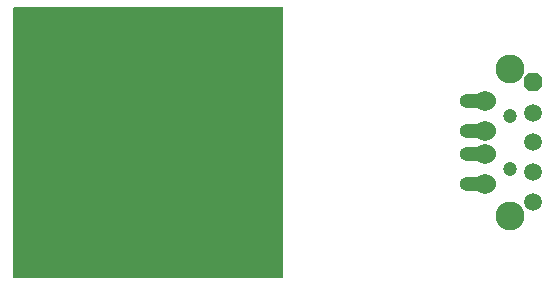
<source format=gbs>
%FSLAX44Y44*%
%MOMM*%
G71*
G01*
G75*
G04 Layer_Color=16711935*
%ADD10O,0.6500X0.2000*%
G04:AMPARAMS|DCode=11|XSize=2.75mm|YSize=1.9mm|CornerRadius=0.228mm|HoleSize=0mm|Usage=FLASHONLY|Rotation=90.000|XOffset=0mm|YOffset=0mm|HoleType=Round|Shape=RoundedRectangle|*
%AMROUNDEDRECTD11*
21,1,2.7500,1.4440,0,0,90.0*
21,1,2.2940,1.9000,0,0,90.0*
1,1,0.4560,0.7220,1.1470*
1,1,0.4560,0.7220,-1.1470*
1,1,0.4560,-0.7220,-1.1470*
1,1,0.4560,-0.7220,1.1470*
%
%ADD11ROUNDEDRECTD11*%
G04:AMPARAMS|DCode=12|XSize=1mm|YSize=0.95mm|CornerRadius=0.1995mm|HoleSize=0mm|Usage=FLASHONLY|Rotation=0.000|XOffset=0mm|YOffset=0mm|HoleType=Round|Shape=RoundedRectangle|*
%AMROUNDEDRECTD12*
21,1,1.0000,0.5510,0,0,0.0*
21,1,0.6010,0.9500,0,0,0.0*
1,1,0.3990,0.3005,-0.2755*
1,1,0.3990,-0.3005,-0.2755*
1,1,0.3990,-0.3005,0.2755*
1,1,0.3990,0.3005,0.2755*
%
%ADD12ROUNDEDRECTD12*%
G04:AMPARAMS|DCode=13|XSize=1.45mm|YSize=1.15mm|CornerRadius=0.2013mm|HoleSize=0mm|Usage=FLASHONLY|Rotation=270.000|XOffset=0mm|YOffset=0mm|HoleType=Round|Shape=RoundedRectangle|*
%AMROUNDEDRECTD13*
21,1,1.4500,0.7475,0,0,270.0*
21,1,1.0475,1.1500,0,0,270.0*
1,1,0.4025,-0.3738,-0.5238*
1,1,0.4025,-0.3738,0.5238*
1,1,0.4025,0.3738,0.5238*
1,1,0.4025,0.3738,-0.5238*
%
%ADD13ROUNDEDRECTD13*%
G04:AMPARAMS|DCode=14|XSize=1.45mm|YSize=1.15mm|CornerRadius=0.2013mm|HoleSize=0mm|Usage=FLASHONLY|Rotation=180.000|XOffset=0mm|YOffset=0mm|HoleType=Round|Shape=RoundedRectangle|*
%AMROUNDEDRECTD14*
21,1,1.4500,0.7475,0,0,180.0*
21,1,1.0475,1.1500,0,0,180.0*
1,1,0.4025,-0.5238,0.3738*
1,1,0.4025,0.5238,0.3738*
1,1,0.4025,0.5238,-0.3738*
1,1,0.4025,-0.5238,-0.3738*
%
%ADD14ROUNDEDRECTD14*%
G04:AMPARAMS|DCode=15|XSize=1mm|YSize=0.95mm|CornerRadius=0.1995mm|HoleSize=0mm|Usage=FLASHONLY|Rotation=90.000|XOffset=0mm|YOffset=0mm|HoleType=Round|Shape=RoundedRectangle|*
%AMROUNDEDRECTD15*
21,1,1.0000,0.5510,0,0,90.0*
21,1,0.6010,0.9500,0,0,90.0*
1,1,0.3990,0.2755,0.3005*
1,1,0.3990,0.2755,-0.3005*
1,1,0.3990,-0.2755,-0.3005*
1,1,0.3990,-0.2755,0.3005*
%
%ADD15ROUNDEDRECTD15*%
G04:AMPARAMS|DCode=16|XSize=1mm|YSize=0.9mm|CornerRadius=0.198mm|HoleSize=0mm|Usage=FLASHONLY|Rotation=90.000|XOffset=0mm|YOffset=0mm|HoleType=Round|Shape=RoundedRectangle|*
%AMROUNDEDRECTD16*
21,1,1.0000,0.5040,0,0,90.0*
21,1,0.6040,0.9000,0,0,90.0*
1,1,0.3960,0.2520,0.3020*
1,1,0.3960,0.2520,-0.3020*
1,1,0.3960,-0.2520,-0.3020*
1,1,0.3960,-0.2520,0.3020*
%
%ADD16ROUNDEDRECTD16*%
G04:AMPARAMS|DCode=17|XSize=0.65mm|YSize=0.5mm|CornerRadius=0.2mm|HoleSize=0mm|Usage=FLASHONLY|Rotation=270.000|XOffset=0mm|YOffset=0mm|HoleType=Round|Shape=RoundedRectangle|*
%AMROUNDEDRECTD17*
21,1,0.6500,0.1000,0,0,270.0*
21,1,0.2500,0.5000,0,0,270.0*
1,1,0.4000,-0.0500,-0.1250*
1,1,0.4000,-0.0500,0.1250*
1,1,0.4000,0.0500,0.1250*
1,1,0.4000,0.0500,-0.1250*
%
%ADD17ROUNDEDRECTD17*%
G04:AMPARAMS|DCode=18|XSize=1mm|YSize=0.9mm|CornerRadius=0.198mm|HoleSize=0mm|Usage=FLASHONLY|Rotation=180.000|XOffset=0mm|YOffset=0mm|HoleType=Round|Shape=RoundedRectangle|*
%AMROUNDEDRECTD18*
21,1,1.0000,0.5040,0,0,180.0*
21,1,0.6040,0.9000,0,0,180.0*
1,1,0.3960,-0.3020,0.2520*
1,1,0.3960,0.3020,0.2520*
1,1,0.3960,0.3020,-0.2520*
1,1,0.3960,-0.3020,-0.2520*
%
%ADD18ROUNDEDRECTD18*%
G04:AMPARAMS|DCode=19|XSize=3.4mm|YSize=2.35mm|CornerRadius=0.2938mm|HoleSize=0mm|Usage=FLASHONLY|Rotation=90.000|XOffset=0mm|YOffset=0mm|HoleType=Round|Shape=RoundedRectangle|*
%AMROUNDEDRECTD19*
21,1,3.4000,1.7625,0,0,90.0*
21,1,2.8125,2.3500,0,0,90.0*
1,1,0.5875,0.8812,1.4063*
1,1,0.5875,0.8812,-1.4063*
1,1,0.5875,-0.8812,-1.4063*
1,1,0.5875,-0.8812,1.4063*
%
%ADD19ROUNDEDRECTD19*%
%ADD20O,0.4500X1.5000*%
%ADD21O,0.8500X0.2500*%
%ADD22O,0.2500X0.8500*%
%ADD23R,4.7000X4.7000*%
%ADD24C,0.3000*%
%ADD25C,0.2000*%
%ADD26C,1.0000*%
%ADD27C,0.5000*%
%ADD28C,0.8000*%
%ADD29R,0.4500X1.4000*%
G04:AMPARAMS|DCode=30|XSize=1.3mm|YSize=1.3mm|CornerRadius=0mm|HoleSize=0mm|Usage=FLASHONLY|Rotation=270.000|XOffset=0mm|YOffset=0mm|HoleType=Round|Shape=Octagon|*
%AMOCTAGOND30*
4,1,8,-0.3250,-0.6500,0.3250,-0.6500,0.6500,-0.3250,0.6500,0.3250,0.3250,0.6500,-0.3250,0.6500,-0.6500,0.3250,-0.6500,-0.3250,-0.3250,-0.6500,0.0*
%
%ADD30OCTAGOND30*%

%ADD31C,1.3000*%
%ADD32C,1.0000*%
%ADD33C,1.6000*%
%ADD34C,0.6000*%
%ADD35O,3.0000X1.0000*%
%ADD36C,0.2500*%
%ADD37C,0.1000*%
%ADD38C,0.1500*%
G04:AMPARAMS|DCode=39|XSize=2.05mm|YSize=1.2mm|CornerRadius=0mm|HoleSize=0mm|Usage=FLASHONLY|Rotation=90.000|XOffset=0mm|YOffset=0mm|HoleType=Round|Shape=RoundedRectangle|*
%AMROUNDEDRECTD39*
21,1,2.0500,1.2000,0,0,90.0*
21,1,2.0500,1.2000,0,0,90.0*
1,1,0.0000,0.6000,1.0250*
1,1,0.0000,0.6000,-1.0250*
1,1,0.0000,-0.6000,-1.0250*
1,1,0.0000,-0.6000,1.0250*
%
%ADD39ROUNDEDRECTD39*%
%ADD40R,2.8000X2.8000*%
%ADD41O,0.7500X0.3000*%
G04:AMPARAMS|DCode=42|XSize=2.85mm|YSize=2mm|CornerRadius=0.278mm|HoleSize=0mm|Usage=FLASHONLY|Rotation=90.000|XOffset=0mm|YOffset=0mm|HoleType=Round|Shape=RoundedRectangle|*
%AMROUNDEDRECTD42*
21,1,2.8500,1.4440,0,0,90.0*
21,1,2.2940,2.0000,0,0,90.0*
1,1,0.5560,0.7220,1.1470*
1,1,0.5560,0.7220,-1.1470*
1,1,0.5560,-0.7220,-1.1470*
1,1,0.5560,-0.7220,1.1470*
%
%ADD42ROUNDEDRECTD42*%
G04:AMPARAMS|DCode=43|XSize=1.15mm|YSize=1.1mm|CornerRadius=0.2745mm|HoleSize=0mm|Usage=FLASHONLY|Rotation=0.000|XOffset=0mm|YOffset=0mm|HoleType=Round|Shape=RoundedRectangle|*
%AMROUNDEDRECTD43*
21,1,1.1500,0.5510,0,0,0.0*
21,1,0.6010,1.1000,0,0,0.0*
1,1,0.5490,0.3005,-0.2755*
1,1,0.5490,-0.3005,-0.2755*
1,1,0.5490,-0.3005,0.2755*
1,1,0.5490,0.3005,0.2755*
%
%ADD43ROUNDEDRECTD43*%
G04:AMPARAMS|DCode=44|XSize=1.6mm|YSize=1.3mm|CornerRadius=0.2763mm|HoleSize=0mm|Usage=FLASHONLY|Rotation=270.000|XOffset=0mm|YOffset=0mm|HoleType=Round|Shape=RoundedRectangle|*
%AMROUNDEDRECTD44*
21,1,1.6000,0.7475,0,0,270.0*
21,1,1.0475,1.3000,0,0,270.0*
1,1,0.5525,-0.3738,-0.5238*
1,1,0.5525,-0.3738,0.5238*
1,1,0.5525,0.3738,0.5238*
1,1,0.5525,0.3738,-0.5238*
%
%ADD44ROUNDEDRECTD44*%
G04:AMPARAMS|DCode=45|XSize=1.6mm|YSize=1.3mm|CornerRadius=0.2763mm|HoleSize=0mm|Usage=FLASHONLY|Rotation=180.000|XOffset=0mm|YOffset=0mm|HoleType=Round|Shape=RoundedRectangle|*
%AMROUNDEDRECTD45*
21,1,1.6000,0.7475,0,0,180.0*
21,1,1.0475,1.3000,0,0,180.0*
1,1,0.5525,-0.5238,0.3738*
1,1,0.5525,0.5238,0.3738*
1,1,0.5525,0.5238,-0.3738*
1,1,0.5525,-0.5238,-0.3738*
%
%ADD45ROUNDEDRECTD45*%
G04:AMPARAMS|DCode=46|XSize=1.15mm|YSize=1.1mm|CornerRadius=0.2745mm|HoleSize=0mm|Usage=FLASHONLY|Rotation=90.000|XOffset=0mm|YOffset=0mm|HoleType=Round|Shape=RoundedRectangle|*
%AMROUNDEDRECTD46*
21,1,1.1500,0.5510,0,0,90.0*
21,1,0.6010,1.1000,0,0,90.0*
1,1,0.5490,0.2755,0.3005*
1,1,0.5490,0.2755,-0.3005*
1,1,0.5490,-0.2755,-0.3005*
1,1,0.5490,-0.2755,0.3005*
%
%ADD46ROUNDEDRECTD46*%
G04:AMPARAMS|DCode=47|XSize=1.15mm|YSize=1.05mm|CornerRadius=0.273mm|HoleSize=0mm|Usage=FLASHONLY|Rotation=90.000|XOffset=0mm|YOffset=0mm|HoleType=Round|Shape=RoundedRectangle|*
%AMROUNDEDRECTD47*
21,1,1.1500,0.5040,0,0,90.0*
21,1,0.6040,1.0500,0,0,90.0*
1,1,0.5460,0.2520,0.3020*
1,1,0.5460,0.2520,-0.3020*
1,1,0.5460,-0.2520,-0.3020*
1,1,0.5460,-0.2520,0.3020*
%
%ADD47ROUNDEDRECTD47*%
G04:AMPARAMS|DCode=48|XSize=0.8mm|YSize=0.65mm|CornerRadius=0.275mm|HoleSize=0mm|Usage=FLASHONLY|Rotation=270.000|XOffset=0mm|YOffset=0mm|HoleType=Round|Shape=RoundedRectangle|*
%AMROUNDEDRECTD48*
21,1,0.8000,0.1000,0,0,270.0*
21,1,0.2500,0.6500,0,0,270.0*
1,1,0.5500,-0.0500,-0.1250*
1,1,0.5500,-0.0500,0.1250*
1,1,0.5500,0.0500,0.1250*
1,1,0.5500,0.0500,-0.1250*
%
%ADD48ROUNDEDRECTD48*%
G04:AMPARAMS|DCode=49|XSize=1.15mm|YSize=1.05mm|CornerRadius=0.273mm|HoleSize=0mm|Usage=FLASHONLY|Rotation=180.000|XOffset=0mm|YOffset=0mm|HoleType=Round|Shape=RoundedRectangle|*
%AMROUNDEDRECTD49*
21,1,1.1500,0.5040,0,0,180.0*
21,1,0.6040,1.0500,0,0,180.0*
1,1,0.5460,-0.3020,0.2520*
1,1,0.5460,0.3020,0.2520*
1,1,0.5460,0.3020,-0.2520*
1,1,0.5460,-0.3020,-0.2520*
%
%ADD49ROUNDEDRECTD49*%
G04:AMPARAMS|DCode=50|XSize=3.55mm|YSize=2.5mm|CornerRadius=0.3688mm|HoleSize=0mm|Usage=FLASHONLY|Rotation=90.000|XOffset=0mm|YOffset=0mm|HoleType=Round|Shape=RoundedRectangle|*
%AMROUNDEDRECTD50*
21,1,3.5500,1.7625,0,0,90.0*
21,1,2.8125,2.5000,0,0,90.0*
1,1,0.7375,0.8812,1.4063*
1,1,0.7375,0.8812,-1.4063*
1,1,0.7375,-0.8812,-1.4063*
1,1,0.7375,-0.8812,1.4063*
%
%ADD50ROUNDEDRECTD50*%
%ADD51O,0.5500X1.6000*%
%ADD52O,0.9500X0.3500*%
%ADD53O,0.3500X0.9500*%
%ADD54R,4.8000X4.8000*%
G04:AMPARAMS|DCode=55|XSize=1.5032mm|YSize=1.5032mm|CornerRadius=0mm|HoleSize=0mm|Usage=FLASHONLY|Rotation=270.000|XOffset=0mm|YOffset=0mm|HoleType=Round|Shape=Octagon|*
%AMOCTAGOND55*
4,1,8,-0.3758,-0.7516,0.3758,-0.7516,0.7516,-0.3758,0.7516,0.3758,0.3758,0.7516,-0.3758,0.7516,-0.7516,0.3758,-0.7516,-0.3758,-0.3758,-0.7516,0.0*
%
%ADD55OCTAGOND55*%

%ADD56C,1.5032*%
%ADD57C,2.4500*%
%ADD58C,1.7500*%
%ADD59C,1.2000*%
%ADD60O,3.1500X1.1500*%
G36*
X228750Y230000D02*
Y0D01*
X0D01*
X0Y229102D01*
X898Y230000D01*
X228750Y230000D01*
D02*
G37*
D55*
X439750Y165750D02*
D03*
D56*
Y140250D02*
D03*
Y115250D02*
D03*
Y89750D02*
D03*
Y64250D02*
D03*
D57*
X420500Y52750D02*
D03*
Y177500D02*
D03*
D58*
X399400Y80000D02*
D03*
Y105000D02*
D03*
Y125000D02*
D03*
Y150000D02*
D03*
D59*
X420250Y137500D02*
D03*
Y92500D02*
D03*
D60*
X393501Y150000D02*
D03*
Y125000D02*
D03*
Y105000D02*
D03*
Y80000D02*
D03*
M02*

</source>
